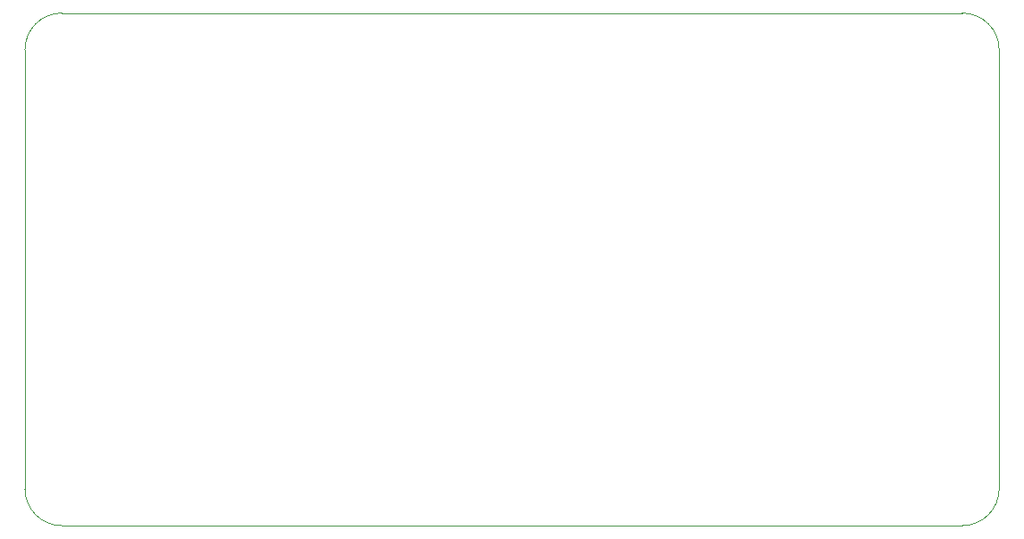
<source format=gm1>
%TF.GenerationSoftware,KiCad,Pcbnew,9.0.7*%
%TF.CreationDate,2026-02-20T12:59:29-06:00*%
%TF.ProjectId,Lab2_starter,4c616232-5f73-4746-9172-7465722e6b69,rev?*%
%TF.SameCoordinates,Original*%
%TF.FileFunction,Profile,NP*%
%FSLAX46Y46*%
G04 Gerber Fmt 4.6, Leading zero omitted, Abs format (unit mm)*
G04 Created by KiCad (PCBNEW 9.0.7) date 2026-02-20 12:59:29*
%MOMM*%
%LPD*%
G01*
G04 APERTURE LIST*
%TA.AperFunction,Profile*%
%ADD10C,0.100000*%
%TD*%
G04 APERTURE END LIST*
D10*
X110014574Y-140000000D02*
X24700000Y-140000000D01*
X113514574Y-136500000D02*
G75*
G02*
X110014574Y-139999974I-3499974J0D01*
G01*
X24700000Y-140000000D02*
G75*
G02*
X21200000Y-136500000I0J3500000D01*
G01*
X21200000Y-94863800D02*
G75*
G02*
X24700000Y-91363800I3500000J0D01*
G01*
X24700000Y-91363800D02*
X110014574Y-91363800D01*
X113514574Y-94863800D02*
X113514574Y-136500000D01*
X110014574Y-91363800D02*
G75*
G02*
X113514600Y-94863800I26J-3500000D01*
G01*
X21200000Y-136500000D02*
X21200000Y-94863800D01*
M02*

</source>
